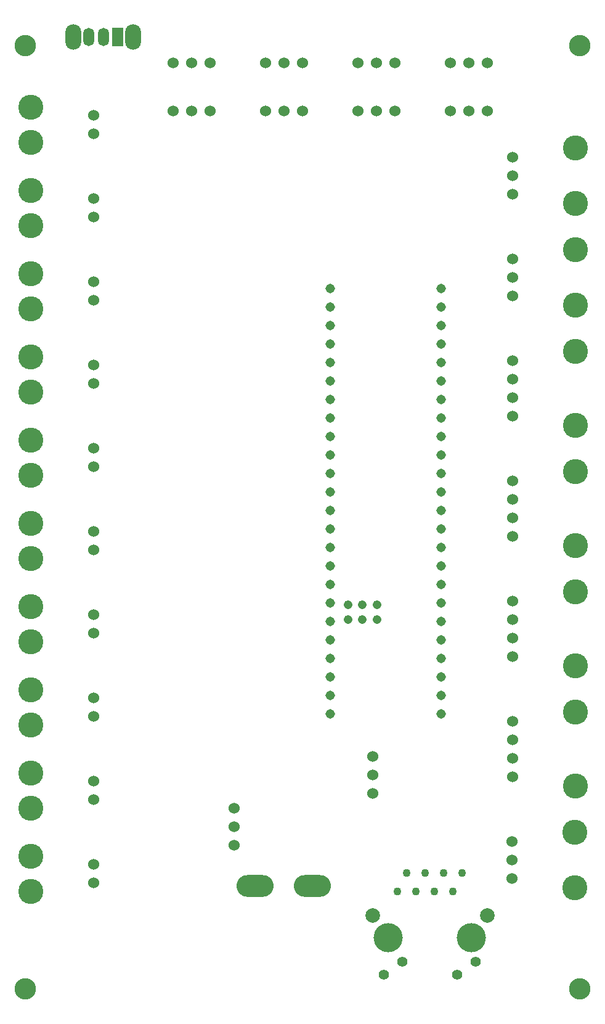
<source format=gbr>
%TF.GenerationSoftware,KiCad,Pcbnew,7.0.7*%
%TF.CreationDate,2023-11-13T00:04:05-06:00*%
%TF.ProjectId,Armboard_Hardware,41726d62-6f61-4726-945f-486172647761,rev?*%
%TF.SameCoordinates,Original*%
%TF.FileFunction,Soldermask,Bot*%
%TF.FilePolarity,Negative*%
%FSLAX46Y46*%
G04 Gerber Fmt 4.6, Leading zero omitted, Abs format (unit mm)*
G04 Created by KiCad (PCBNEW 7.0.7) date 2023-11-13 00:04:05*
%MOMM*%
%LPD*%
G01*
G04 APERTURE LIST*
%ADD10C,3.450000*%
%ADD11C,1.524000*%
%ADD12C,2.946400*%
%ADD13C,1.308000*%
%ADD14C,1.208000*%
%ADD15O,2.200000X3.500000*%
%ADD16R,1.500000X2.500000*%
%ADD17O,1.500000X2.500000*%
%ADD18C,1.100000*%
%ADD19C,1.400000*%
%ADD20C,4.000000*%
%ADD21C,2.000000*%
%ADD22O,5.100000X3.000000*%
G04 APERTURE END LIST*
D10*
%TO.C,Conn22*%
X145465800Y-116840000D03*
X145465800Y-127000000D03*
D11*
X136829800Y-118110000D03*
X136829800Y-120650000D03*
X136829800Y-123190000D03*
X136829800Y-125730000D03*
%TD*%
%TO.C,Conn19*%
X95250000Y-50800000D03*
X92710000Y-50800000D03*
X90170000Y-50800000D03*
%TD*%
D12*
%TO.C,V3*%
X69850000Y-171394120D03*
%TD*%
D11*
%TO.C,U6*%
X117602000Y-144526000D03*
X117602000Y-141986000D03*
X117602000Y-139446000D03*
%TD*%
%TO.C,U1*%
X98605000Y-151638000D03*
X98605000Y-149098000D03*
X98605000Y-146558000D03*
%TD*%
D12*
%TO.C,V4*%
X146050000Y-41859200D03*
%TD*%
D11*
%TO.C,Conn13*%
X102870000Y-44196000D03*
X105410000Y-44196000D03*
X107950000Y-44196000D03*
%TD*%
D12*
%TO.C,V2*%
X69855080Y-41864280D03*
%TD*%
D11*
%TO.C,Conn16*%
X133350000Y-50800000D03*
X130810000Y-50800000D03*
X128270000Y-50800000D03*
%TD*%
%TO.C,Conn15*%
X128270000Y-44196000D03*
X130810000Y-44196000D03*
X133350000Y-44196000D03*
%TD*%
D10*
%TO.C,Conn4*%
X70608000Y-77980000D03*
X70612000Y-73152000D03*
D11*
X79248000Y-76835000D03*
X79248000Y-74295000D03*
%TD*%
D13*
%TO.C,U2*%
X127000000Y-131080000D03*
X127000000Y-128540000D03*
X127000000Y-126000000D03*
X127000000Y-123460000D03*
X127000000Y-98060000D03*
X111760000Y-128540000D03*
X127000000Y-120920000D03*
X127000000Y-118380000D03*
X127000000Y-115840000D03*
X127000000Y-113300000D03*
X127000000Y-110760000D03*
X127000000Y-108220000D03*
X127000000Y-105680000D03*
X127000000Y-103140000D03*
X127000000Y-100600000D03*
X111760000Y-100600000D03*
X111760000Y-103140000D03*
X111760000Y-105680000D03*
X111760000Y-108220000D03*
X111760000Y-110760000D03*
X111760000Y-113300000D03*
X111760000Y-115840000D03*
X111760000Y-118380000D03*
X111760000Y-120920000D03*
X111760000Y-123460000D03*
X111760000Y-126000000D03*
X127000000Y-95520000D03*
X127000000Y-92980000D03*
X127000000Y-90440000D03*
X127000000Y-87900000D03*
X127000000Y-85360000D03*
X127000000Y-82820000D03*
X127000000Y-80280000D03*
X127000000Y-77740000D03*
X127000000Y-75200000D03*
X111760000Y-75200000D03*
X111760000Y-77740000D03*
X111760000Y-80280000D03*
X111760000Y-82820000D03*
X111760000Y-85360000D03*
X111760000Y-87900000D03*
X111760000Y-90440000D03*
X111760000Y-92980000D03*
X111760000Y-95520000D03*
X127000000Y-133620000D03*
X111760000Y-98060000D03*
X111760000Y-131080000D03*
D14*
X116210000Y-118650000D03*
X116210000Y-120650000D03*
X114210000Y-120650000D03*
X114210000Y-118650000D03*
X118210000Y-118650000D03*
X118210000Y-120650000D03*
D13*
X111760000Y-133620000D03*
%TD*%
D11*
%TO.C,Conn17*%
X120650000Y-50800000D03*
X118110000Y-50800000D03*
X115570000Y-50800000D03*
%TD*%
%TO.C,Conn14*%
X115570000Y-44196000D03*
X118110000Y-44196000D03*
X120650000Y-44196000D03*
%TD*%
D10*
%TO.C,Conn23*%
X145465800Y-133350000D03*
X145465800Y-143510000D03*
D11*
X136829800Y-134620000D03*
X136829800Y-137160000D03*
X136829800Y-139700000D03*
X136829800Y-142240000D03*
%TD*%
%TO.C,Conn18*%
X107950000Y-50800000D03*
X105410000Y-50800000D03*
X102870000Y-50800000D03*
%TD*%
D10*
%TO.C,Conn6*%
X70608000Y-100840000D03*
X70612000Y-96012000D03*
D11*
X79248000Y-99695000D03*
X79248000Y-97155000D03*
%TD*%
D10*
%TO.C,Conn3*%
X70604000Y-66550000D03*
X70608000Y-61722000D03*
D11*
X79244000Y-65405000D03*
X79244000Y-62865000D03*
%TD*%
D10*
%TO.C,Conn10*%
X70608000Y-157990000D03*
X70612000Y-153162000D03*
D11*
X79248000Y-156845000D03*
X79248000Y-154305000D03*
%TD*%
D10*
%TO.C,Conn25*%
X145465800Y-69850000D03*
X145465800Y-77470000D03*
D11*
X136829800Y-71120000D03*
X136829800Y-73660000D03*
X136829800Y-76200000D03*
%TD*%
D15*
%TO.C,SW1*%
X84709000Y-40640000D03*
X76509000Y-40640000D03*
D16*
X82609000Y-40640000D03*
D17*
X80609000Y-40640000D03*
X78609000Y-40640000D03*
%TD*%
D10*
%TO.C,Conn26*%
X145415000Y-149860000D03*
X145415000Y-157480000D03*
D11*
X136779000Y-151130000D03*
X136779000Y-153670000D03*
X136779000Y-156210000D03*
%TD*%
D10*
%TO.C,Conn9*%
X70608000Y-135130000D03*
X70612000Y-130302000D03*
D11*
X79248000Y-133985000D03*
X79248000Y-131445000D03*
%TD*%
D12*
%TO.C,V1*%
X146066837Y-171390631D03*
%TD*%
D10*
%TO.C,Conn21*%
X145465800Y-100330000D03*
X145465800Y-110490000D03*
D11*
X136829800Y-101600000D03*
X136829800Y-104140000D03*
X136829800Y-106680000D03*
X136829800Y-109220000D03*
%TD*%
D18*
%TO.C,J1*%
X121030000Y-157990000D03*
X122300000Y-155450000D03*
X123570000Y-157990000D03*
X124840000Y-155450000D03*
X126110000Y-157990000D03*
X127380000Y-155450000D03*
X128650000Y-157990000D03*
X129920000Y-155450000D03*
D19*
X119150000Y-169420000D03*
X121690000Y-167630000D03*
X129260000Y-169420000D03*
X131800000Y-167630000D03*
D20*
X119760000Y-164340000D03*
X131190000Y-164340000D03*
D21*
X117600000Y-161290000D03*
X133350000Y-161290000D03*
%TD*%
D10*
%TO.C,Conn24*%
X145465800Y-55880000D03*
X145465800Y-63500000D03*
D11*
X136829800Y-57150000D03*
X136829800Y-59690000D03*
X136829800Y-62230000D03*
%TD*%
D10*
%TO.C,Conn2*%
X70608000Y-55118000D03*
X70612000Y-50290000D03*
D11*
X79248000Y-53973000D03*
X79248000Y-51433000D03*
%TD*%
D10*
%TO.C,Conn7*%
X70608000Y-112270000D03*
X70612000Y-107442000D03*
D11*
X79248000Y-111125000D03*
X79248000Y-108585000D03*
%TD*%
D10*
%TO.C,Conn11*%
X70612000Y-146558000D03*
X70616000Y-141730000D03*
D11*
X79252000Y-145413000D03*
X79252000Y-142873000D03*
%TD*%
D22*
%TO.C,Conn1*%
X101473000Y-157226000D03*
X109347000Y-157226000D03*
%TD*%
D10*
%TO.C,Conn8*%
X70608000Y-123700000D03*
X70612000Y-118872000D03*
D11*
X79248000Y-122555000D03*
X79248000Y-120015000D03*
%TD*%
D10*
%TO.C,Conn20*%
X145465800Y-83820000D03*
X145465800Y-93980000D03*
D11*
X136829800Y-85090000D03*
X136829800Y-87630000D03*
X136829800Y-90170000D03*
X136829800Y-92710000D03*
%TD*%
%TO.C,Conn12*%
X90170000Y-44196000D03*
X92710000Y-44196000D03*
X95250000Y-44196000D03*
%TD*%
D10*
%TO.C,Conn5*%
X70608000Y-89410000D03*
X70612000Y-84582000D03*
D11*
X79248000Y-88265000D03*
X79248000Y-85725000D03*
%TD*%
M02*

</source>
